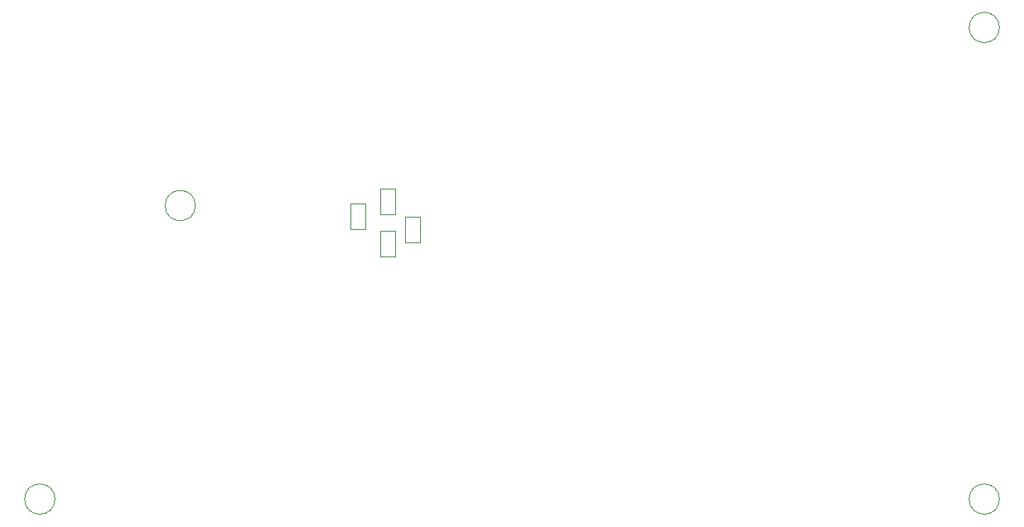
<source format=gbr>
G04 #@! TF.FileFunction,Other,User*
%FSLAX46Y46*%
G04 Gerber Fmt 4.6, Leading zero omitted, Abs format (unit mm)*
G04 Created by KiCad (PCBNEW 4.0.6-e0-6349~53~ubuntu14.04.1) date Sat Jun 24 15:03:27 2017*
%MOMM*%
%LPD*%
G01*
G04 APERTURE LIST*
%ADD10C,0.150000*%
%ADD11C,0.050000*%
G04 APERTURE END LIST*
D10*
D11*
X171730000Y-83820000D02*
G75*
G03X171730000Y-83820000I-1550000J0D01*
G01*
X171730000Y-35560000D02*
G75*
G03X171730000Y-35560000I-1550000J0D01*
G01*
X75210000Y-83820000D02*
G75*
G03X75210000Y-83820000I-1550000J0D01*
G01*
X89561000Y-53784500D02*
G75*
G03X89561000Y-53784500I-1550000J0D01*
G01*
X108420000Y-58958000D02*
X108420000Y-56358000D01*
X110020000Y-58958000D02*
X110020000Y-56358000D01*
X108420000Y-58958000D02*
X110020000Y-58958000D01*
X108420000Y-56358000D02*
X110020000Y-56358000D01*
X112560000Y-54961000D02*
X112560000Y-57561000D01*
X110960000Y-54961000D02*
X110960000Y-57561000D01*
X112560000Y-54961000D02*
X110960000Y-54961000D01*
X112560000Y-57561000D02*
X110960000Y-57561000D01*
X108420000Y-54640000D02*
X108420000Y-52040000D01*
X110020000Y-54640000D02*
X110020000Y-52040000D01*
X108420000Y-54640000D02*
X110020000Y-54640000D01*
X108420000Y-52040000D02*
X110020000Y-52040000D01*
X106972000Y-53564000D02*
X106972000Y-56164000D01*
X105372000Y-53564000D02*
X105372000Y-56164000D01*
X106972000Y-53564000D02*
X105372000Y-53564000D01*
X106972000Y-56164000D02*
X105372000Y-56164000D01*
M02*

</source>
